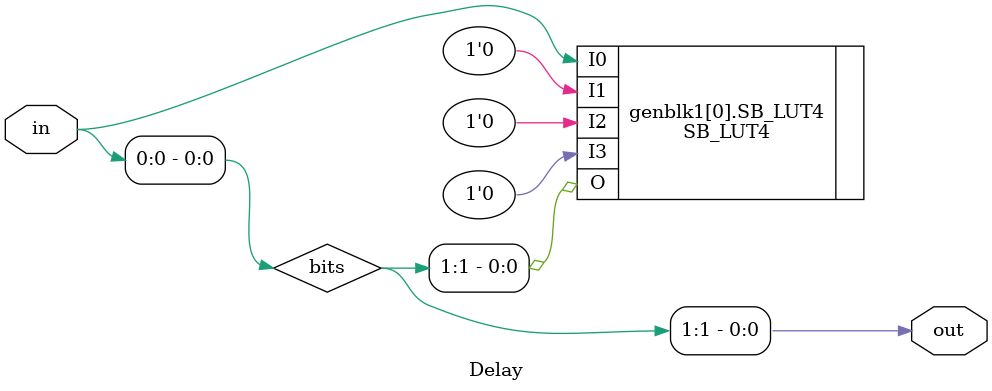
<source format=v>
module Delay #(
    parameter Count = 1
)(
    input wire in,
    output wire out
);
    wire[Count:0] bits;
    assign bits[0] = in;
    assign out = bits[Count];
    genvar i;
    for (i=0; i<Count; i=i+1) begin
        SB_LUT4 #(
            .LUT_INIT(16'bxxxx_xxxx_xxxx_xx10)
        ) SB_LUT4(
            .I3(1'b0),
            .I2(1'b0),
            .I1(1'b0),
            .I0(bits[i]),
            .O(bits[i+1])
        );
    end
endmodule

</source>
